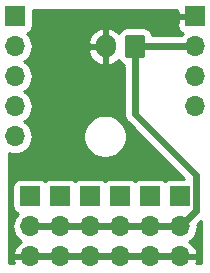
<source format=gbr>
G04 #@! TF.GenerationSoftware,KiCad,Pcbnew,(5.1.4-0-10_14)*
G04 #@! TF.CreationDate,2022-08-18T21:45:17+09:00*
G04 #@! TF.ProjectId,NX13,4e583133-2e6b-4696-9361-645f70636258,rev?*
G04 #@! TF.SameCoordinates,Original*
G04 #@! TF.FileFunction,Copper,L2,Bot*
G04 #@! TF.FilePolarity,Positive*
%FSLAX46Y46*%
G04 Gerber Fmt 4.6, Leading zero omitted, Abs format (unit mm)*
G04 Created by KiCad (PCBNEW (5.1.4-0-10_14)) date 2022-08-18 21:45:17*
%MOMM*%
%LPD*%
G04 APERTURE LIST*
%ADD10O,1.700000X1.700000*%
%ADD11R,1.700000X1.700000*%
%ADD12O,1.700000X2.000000*%
%ADD13C,0.100000*%
%ADD14C,1.700000*%
%ADD15C,0.600000*%
%ADD16C,0.254000*%
G04 APERTURE END LIST*
D10*
X162560000Y-120650000D03*
X162560000Y-118110000D03*
D11*
X162560000Y-115570000D03*
D10*
X160020000Y-120650000D03*
X160020000Y-118110000D03*
D11*
X160020000Y-115570000D03*
D10*
X157480000Y-120650000D03*
X157480000Y-118110000D03*
D11*
X157480000Y-115570000D03*
D10*
X154940000Y-120650000D03*
X154940000Y-118110000D03*
D11*
X154940000Y-115570000D03*
D10*
X152400000Y-120650000D03*
X152400000Y-118110000D03*
D11*
X152400000Y-115570000D03*
D10*
X149860000Y-120650000D03*
X149860000Y-118110000D03*
D11*
X149860000Y-115570000D03*
D10*
X163830000Y-107950000D03*
X163830000Y-105410000D03*
X163830000Y-102870000D03*
D11*
X163830000Y-100330000D03*
D10*
X148590000Y-110490000D03*
X148590000Y-107950000D03*
X148590000Y-105410000D03*
X148590000Y-102870000D03*
D11*
X148590000Y-100330000D03*
D12*
X156250000Y-102870000D03*
D13*
G36*
X159374504Y-101871204D02*
G01*
X159398773Y-101874804D01*
X159422571Y-101880765D01*
X159445671Y-101889030D01*
X159467849Y-101899520D01*
X159488893Y-101912133D01*
X159508598Y-101926747D01*
X159526777Y-101943223D01*
X159543253Y-101961402D01*
X159557867Y-101981107D01*
X159570480Y-102002151D01*
X159580970Y-102024329D01*
X159589235Y-102047429D01*
X159595196Y-102071227D01*
X159598796Y-102095496D01*
X159600000Y-102120000D01*
X159600000Y-103620000D01*
X159598796Y-103644504D01*
X159595196Y-103668773D01*
X159589235Y-103692571D01*
X159580970Y-103715671D01*
X159570480Y-103737849D01*
X159557867Y-103758893D01*
X159543253Y-103778598D01*
X159526777Y-103796777D01*
X159508598Y-103813253D01*
X159488893Y-103827867D01*
X159467849Y-103840480D01*
X159445671Y-103850970D01*
X159422571Y-103859235D01*
X159398773Y-103865196D01*
X159374504Y-103868796D01*
X159350000Y-103870000D01*
X158150000Y-103870000D01*
X158125496Y-103868796D01*
X158101227Y-103865196D01*
X158077429Y-103859235D01*
X158054329Y-103850970D01*
X158032151Y-103840480D01*
X158011107Y-103827867D01*
X157991402Y-103813253D01*
X157973223Y-103796777D01*
X157956747Y-103778598D01*
X157942133Y-103758893D01*
X157929520Y-103737849D01*
X157919030Y-103715671D01*
X157910765Y-103692571D01*
X157904804Y-103668773D01*
X157901204Y-103644504D01*
X157900000Y-103620000D01*
X157900000Y-102120000D01*
X157901204Y-102095496D01*
X157904804Y-102071227D01*
X157910765Y-102047429D01*
X157919030Y-102024329D01*
X157929520Y-102002151D01*
X157942133Y-101981107D01*
X157956747Y-101961402D01*
X157973223Y-101943223D01*
X157991402Y-101926747D01*
X158011107Y-101912133D01*
X158032151Y-101899520D01*
X158054329Y-101889030D01*
X158077429Y-101880765D01*
X158101227Y-101874804D01*
X158125496Y-101871204D01*
X158150000Y-101870000D01*
X159350000Y-101870000D01*
X159374504Y-101871204D01*
X159374504Y-101871204D01*
G37*
D14*
X158750000Y-102870000D03*
D15*
X162560000Y-120650000D02*
X149860000Y-120650000D01*
X149860000Y-120650000D02*
X149860000Y-120108002D01*
X158710000Y-104470000D02*
X158750000Y-104510000D01*
X158750000Y-104510000D02*
X158750000Y-108585000D01*
X158710000Y-102870000D02*
X158710000Y-104470000D01*
X149860000Y-118110000D02*
X162560000Y-118110000D01*
X163910001Y-113745001D02*
X158750000Y-108585000D01*
X163910001Y-116759999D02*
X163910001Y-113745001D01*
X162560000Y-118110000D02*
X163910001Y-116759999D01*
X158710000Y-102870000D02*
X163830000Y-102870000D01*
D16*
G36*
X162345000Y-100044250D02*
G01*
X162503750Y-100203000D01*
X163703000Y-100203000D01*
X163703000Y-100183000D01*
X163957000Y-100183000D01*
X163957000Y-100203000D01*
X163977000Y-100203000D01*
X163977000Y-100457000D01*
X163957000Y-100457000D01*
X163957000Y-100477000D01*
X163703000Y-100477000D01*
X163703000Y-100457000D01*
X162503750Y-100457000D01*
X162345000Y-100615750D01*
X162341928Y-101180000D01*
X162354188Y-101304482D01*
X162390498Y-101424180D01*
X162449463Y-101534494D01*
X162528815Y-101631185D01*
X162625506Y-101710537D01*
X162735820Y-101769502D01*
X162804687Y-101790393D01*
X162774866Y-101814866D01*
X162676275Y-101935000D01*
X160217445Y-101935000D01*
X160170472Y-101780150D01*
X160088405Y-101626614D01*
X159977962Y-101492038D01*
X159843386Y-101381595D01*
X159689850Y-101299528D01*
X159523254Y-101248992D01*
X159350000Y-101231928D01*
X158150000Y-101231928D01*
X157976746Y-101248992D01*
X157810150Y-101299528D01*
X157656614Y-101381595D01*
X157522038Y-101492038D01*
X157411595Y-101626614D01*
X157357086Y-101728593D01*
X157356802Y-101728205D01*
X157142046Y-101531336D01*
X156893009Y-101380146D01*
X156619261Y-101280446D01*
X156606890Y-101278524D01*
X156377000Y-101399845D01*
X156377000Y-102743000D01*
X156397000Y-102743000D01*
X156397000Y-102997000D01*
X156377000Y-102997000D01*
X156377000Y-104340155D01*
X156606890Y-104461476D01*
X156619261Y-104459554D01*
X156893009Y-104359854D01*
X157142046Y-104208664D01*
X157356802Y-104011795D01*
X157357086Y-104011407D01*
X157411595Y-104113386D01*
X157522038Y-104247962D01*
X157656614Y-104358405D01*
X157775001Y-104421684D01*
X157775001Y-104424059D01*
X157770476Y-104470000D01*
X157788529Y-104653291D01*
X157815000Y-104740554D01*
X157815001Y-108539058D01*
X157810476Y-108585000D01*
X157828529Y-108768291D01*
X157831782Y-108779014D01*
X157881994Y-108944540D01*
X157968815Y-109106972D01*
X158085657Y-109249344D01*
X158121336Y-109278625D01*
X162924638Y-114081928D01*
X161710000Y-114081928D01*
X161585518Y-114094188D01*
X161465820Y-114130498D01*
X161355506Y-114189463D01*
X161290000Y-114243222D01*
X161224494Y-114189463D01*
X161114180Y-114130498D01*
X160994482Y-114094188D01*
X160870000Y-114081928D01*
X159170000Y-114081928D01*
X159045518Y-114094188D01*
X158925820Y-114130498D01*
X158815506Y-114189463D01*
X158750000Y-114243222D01*
X158684494Y-114189463D01*
X158574180Y-114130498D01*
X158454482Y-114094188D01*
X158330000Y-114081928D01*
X156630000Y-114081928D01*
X156505518Y-114094188D01*
X156385820Y-114130498D01*
X156275506Y-114189463D01*
X156210000Y-114243222D01*
X156144494Y-114189463D01*
X156034180Y-114130498D01*
X155914482Y-114094188D01*
X155790000Y-114081928D01*
X154090000Y-114081928D01*
X153965518Y-114094188D01*
X153845820Y-114130498D01*
X153735506Y-114189463D01*
X153670000Y-114243222D01*
X153604494Y-114189463D01*
X153494180Y-114130498D01*
X153374482Y-114094188D01*
X153250000Y-114081928D01*
X151550000Y-114081928D01*
X151425518Y-114094188D01*
X151305820Y-114130498D01*
X151195506Y-114189463D01*
X151130000Y-114243222D01*
X151064494Y-114189463D01*
X150954180Y-114130498D01*
X150834482Y-114094188D01*
X150710000Y-114081928D01*
X149010000Y-114081928D01*
X148885518Y-114094188D01*
X148765820Y-114130498D01*
X148655506Y-114189463D01*
X148558815Y-114268815D01*
X148479463Y-114365506D01*
X148420498Y-114475820D01*
X148384188Y-114595518D01*
X148371928Y-114720000D01*
X148371928Y-116420000D01*
X148384188Y-116544482D01*
X148420498Y-116664180D01*
X148479463Y-116774494D01*
X148558815Y-116871185D01*
X148655506Y-116950537D01*
X148765820Y-117009502D01*
X148834687Y-117030393D01*
X148804866Y-117054866D01*
X148619294Y-117280986D01*
X148481401Y-117538966D01*
X148396487Y-117818889D01*
X148367815Y-118110000D01*
X148396487Y-118401111D01*
X148481401Y-118681034D01*
X148619294Y-118939014D01*
X148804866Y-119165134D01*
X149030986Y-119350706D01*
X149095523Y-119385201D01*
X148978645Y-119454822D01*
X148762412Y-119649731D01*
X148588359Y-119883080D01*
X148463175Y-120145901D01*
X148418524Y-120293110D01*
X148539845Y-120523000D01*
X149733000Y-120523000D01*
X149733000Y-120503000D01*
X149987000Y-120503000D01*
X149987000Y-120523000D01*
X152273000Y-120523000D01*
X152273000Y-120503000D01*
X152527000Y-120503000D01*
X152527000Y-120523000D01*
X154813000Y-120523000D01*
X154813000Y-120503000D01*
X155067000Y-120503000D01*
X155067000Y-120523000D01*
X157353000Y-120523000D01*
X157353000Y-120503000D01*
X157607000Y-120503000D01*
X157607000Y-120523000D01*
X159893000Y-120523000D01*
X159893000Y-120503000D01*
X160147000Y-120503000D01*
X160147000Y-120523000D01*
X162433000Y-120523000D01*
X162433000Y-120503000D01*
X162687000Y-120503000D01*
X162687000Y-120523000D01*
X163880155Y-120523000D01*
X164001476Y-120293110D01*
X163956825Y-120145901D01*
X163831641Y-119883080D01*
X163657588Y-119649731D01*
X163441355Y-119454822D01*
X163324477Y-119385201D01*
X163389014Y-119350706D01*
X163615134Y-119165134D01*
X163800706Y-118939014D01*
X163938599Y-118681034D01*
X164023513Y-118401111D01*
X164052185Y-118110000D01*
X164036952Y-117955337D01*
X164365000Y-117627289D01*
X164365000Y-121185000D01*
X163942107Y-121185000D01*
X163956825Y-121154099D01*
X164001476Y-121006890D01*
X163880155Y-120777000D01*
X162687000Y-120777000D01*
X162687000Y-120797000D01*
X162433000Y-120797000D01*
X162433000Y-120777000D01*
X160147000Y-120777000D01*
X160147000Y-120797000D01*
X159893000Y-120797000D01*
X159893000Y-120777000D01*
X157607000Y-120777000D01*
X157607000Y-120797000D01*
X157353000Y-120797000D01*
X157353000Y-120777000D01*
X155067000Y-120777000D01*
X155067000Y-120797000D01*
X154813000Y-120797000D01*
X154813000Y-120777000D01*
X152527000Y-120777000D01*
X152527000Y-120797000D01*
X152273000Y-120797000D01*
X152273000Y-120777000D01*
X149987000Y-120777000D01*
X149987000Y-120797000D01*
X149733000Y-120797000D01*
X149733000Y-120777000D01*
X148539845Y-120777000D01*
X148418524Y-121006890D01*
X148463175Y-121154099D01*
X148477893Y-121185000D01*
X148055000Y-121185000D01*
X148055000Y-111879530D01*
X148298889Y-111953513D01*
X148517050Y-111975000D01*
X148662950Y-111975000D01*
X148881111Y-111953513D01*
X149161034Y-111868599D01*
X149419014Y-111730706D01*
X149645134Y-111545134D01*
X149830706Y-111319014D01*
X149968599Y-111061034D01*
X150053513Y-110781111D01*
X150082185Y-110490000D01*
X150064278Y-110308178D01*
X154363932Y-110308178D01*
X154363932Y-110671822D01*
X154434876Y-111028478D01*
X154574036Y-111364441D01*
X154776066Y-111666800D01*
X155033200Y-111923934D01*
X155335559Y-112125964D01*
X155671522Y-112265124D01*
X156028178Y-112336068D01*
X156391822Y-112336068D01*
X156748478Y-112265124D01*
X157084441Y-112125964D01*
X157386800Y-111923934D01*
X157643934Y-111666800D01*
X157845964Y-111364441D01*
X157985124Y-111028478D01*
X158056068Y-110671822D01*
X158056068Y-110308178D01*
X157985124Y-109951522D01*
X157845964Y-109615559D01*
X157643934Y-109313200D01*
X157386800Y-109056066D01*
X157084441Y-108854036D01*
X156748478Y-108714876D01*
X156391822Y-108643932D01*
X156028178Y-108643932D01*
X155671522Y-108714876D01*
X155335559Y-108854036D01*
X155033200Y-109056066D01*
X154776066Y-109313200D01*
X154574036Y-109615559D01*
X154434876Y-109951522D01*
X154363932Y-110308178D01*
X150064278Y-110308178D01*
X150053513Y-110198889D01*
X149968599Y-109918966D01*
X149830706Y-109660986D01*
X149645134Y-109434866D01*
X149419014Y-109249294D01*
X149364209Y-109220000D01*
X149419014Y-109190706D01*
X149645134Y-109005134D01*
X149830706Y-108779014D01*
X149968599Y-108521034D01*
X150053513Y-108241111D01*
X150082185Y-107950000D01*
X150053513Y-107658889D01*
X149968599Y-107378966D01*
X149830706Y-107120986D01*
X149645134Y-106894866D01*
X149419014Y-106709294D01*
X149364209Y-106680000D01*
X149419014Y-106650706D01*
X149645134Y-106465134D01*
X149830706Y-106239014D01*
X149968599Y-105981034D01*
X150053513Y-105701111D01*
X150082185Y-105410000D01*
X150053513Y-105118889D01*
X149968599Y-104838966D01*
X149830706Y-104580986D01*
X149645134Y-104354866D01*
X149419014Y-104169294D01*
X149364209Y-104140000D01*
X149419014Y-104110706D01*
X149645134Y-103925134D01*
X149830706Y-103699014D01*
X149968599Y-103441034D01*
X150032693Y-103229742D01*
X154778715Y-103229742D01*
X154847904Y-103512745D01*
X154970975Y-103776812D01*
X155143198Y-104011795D01*
X155357954Y-104208664D01*
X155606991Y-104359854D01*
X155880739Y-104459554D01*
X155893110Y-104461476D01*
X156123000Y-104340155D01*
X156123000Y-102997000D01*
X154922768Y-102997000D01*
X154778715Y-103229742D01*
X150032693Y-103229742D01*
X150053513Y-103161111D01*
X150082185Y-102870000D01*
X150053513Y-102578889D01*
X150032694Y-102510258D01*
X154778715Y-102510258D01*
X154922768Y-102743000D01*
X156123000Y-102743000D01*
X156123000Y-101399845D01*
X155893110Y-101278524D01*
X155880739Y-101280446D01*
X155606991Y-101380146D01*
X155357954Y-101531336D01*
X155143198Y-101728205D01*
X154970975Y-101963188D01*
X154847904Y-102227255D01*
X154778715Y-102510258D01*
X150032694Y-102510258D01*
X149968599Y-102298966D01*
X149830706Y-102040986D01*
X149645134Y-101814866D01*
X149615313Y-101790393D01*
X149684180Y-101769502D01*
X149794494Y-101710537D01*
X149891185Y-101631185D01*
X149970537Y-101534494D01*
X150029502Y-101424180D01*
X150065812Y-101304482D01*
X150078072Y-101180000D01*
X150078072Y-99795000D01*
X162343643Y-99795000D01*
X162345000Y-100044250D01*
X162345000Y-100044250D01*
G37*
X162345000Y-100044250D02*
X162503750Y-100203000D01*
X163703000Y-100203000D01*
X163703000Y-100183000D01*
X163957000Y-100183000D01*
X163957000Y-100203000D01*
X163977000Y-100203000D01*
X163977000Y-100457000D01*
X163957000Y-100457000D01*
X163957000Y-100477000D01*
X163703000Y-100477000D01*
X163703000Y-100457000D01*
X162503750Y-100457000D01*
X162345000Y-100615750D01*
X162341928Y-101180000D01*
X162354188Y-101304482D01*
X162390498Y-101424180D01*
X162449463Y-101534494D01*
X162528815Y-101631185D01*
X162625506Y-101710537D01*
X162735820Y-101769502D01*
X162804687Y-101790393D01*
X162774866Y-101814866D01*
X162676275Y-101935000D01*
X160217445Y-101935000D01*
X160170472Y-101780150D01*
X160088405Y-101626614D01*
X159977962Y-101492038D01*
X159843386Y-101381595D01*
X159689850Y-101299528D01*
X159523254Y-101248992D01*
X159350000Y-101231928D01*
X158150000Y-101231928D01*
X157976746Y-101248992D01*
X157810150Y-101299528D01*
X157656614Y-101381595D01*
X157522038Y-101492038D01*
X157411595Y-101626614D01*
X157357086Y-101728593D01*
X157356802Y-101728205D01*
X157142046Y-101531336D01*
X156893009Y-101380146D01*
X156619261Y-101280446D01*
X156606890Y-101278524D01*
X156377000Y-101399845D01*
X156377000Y-102743000D01*
X156397000Y-102743000D01*
X156397000Y-102997000D01*
X156377000Y-102997000D01*
X156377000Y-104340155D01*
X156606890Y-104461476D01*
X156619261Y-104459554D01*
X156893009Y-104359854D01*
X157142046Y-104208664D01*
X157356802Y-104011795D01*
X157357086Y-104011407D01*
X157411595Y-104113386D01*
X157522038Y-104247962D01*
X157656614Y-104358405D01*
X157775001Y-104421684D01*
X157775001Y-104424059D01*
X157770476Y-104470000D01*
X157788529Y-104653291D01*
X157815000Y-104740554D01*
X157815001Y-108539058D01*
X157810476Y-108585000D01*
X157828529Y-108768291D01*
X157831782Y-108779014D01*
X157881994Y-108944540D01*
X157968815Y-109106972D01*
X158085657Y-109249344D01*
X158121336Y-109278625D01*
X162924638Y-114081928D01*
X161710000Y-114081928D01*
X161585518Y-114094188D01*
X161465820Y-114130498D01*
X161355506Y-114189463D01*
X161290000Y-114243222D01*
X161224494Y-114189463D01*
X161114180Y-114130498D01*
X160994482Y-114094188D01*
X160870000Y-114081928D01*
X159170000Y-114081928D01*
X159045518Y-114094188D01*
X158925820Y-114130498D01*
X158815506Y-114189463D01*
X158750000Y-114243222D01*
X158684494Y-114189463D01*
X158574180Y-114130498D01*
X158454482Y-114094188D01*
X158330000Y-114081928D01*
X156630000Y-114081928D01*
X156505518Y-114094188D01*
X156385820Y-114130498D01*
X156275506Y-114189463D01*
X156210000Y-114243222D01*
X156144494Y-114189463D01*
X156034180Y-114130498D01*
X155914482Y-114094188D01*
X155790000Y-114081928D01*
X154090000Y-114081928D01*
X153965518Y-114094188D01*
X153845820Y-114130498D01*
X153735506Y-114189463D01*
X153670000Y-114243222D01*
X153604494Y-114189463D01*
X153494180Y-114130498D01*
X153374482Y-114094188D01*
X153250000Y-114081928D01*
X151550000Y-114081928D01*
X151425518Y-114094188D01*
X151305820Y-114130498D01*
X151195506Y-114189463D01*
X151130000Y-114243222D01*
X151064494Y-114189463D01*
X150954180Y-114130498D01*
X150834482Y-114094188D01*
X150710000Y-114081928D01*
X149010000Y-114081928D01*
X148885518Y-114094188D01*
X148765820Y-114130498D01*
X148655506Y-114189463D01*
X148558815Y-114268815D01*
X148479463Y-114365506D01*
X148420498Y-114475820D01*
X148384188Y-114595518D01*
X148371928Y-114720000D01*
X148371928Y-116420000D01*
X148384188Y-116544482D01*
X148420498Y-116664180D01*
X148479463Y-116774494D01*
X148558815Y-116871185D01*
X148655506Y-116950537D01*
X148765820Y-117009502D01*
X148834687Y-117030393D01*
X148804866Y-117054866D01*
X148619294Y-117280986D01*
X148481401Y-117538966D01*
X148396487Y-117818889D01*
X148367815Y-118110000D01*
X148396487Y-118401111D01*
X148481401Y-118681034D01*
X148619294Y-118939014D01*
X148804866Y-119165134D01*
X149030986Y-119350706D01*
X149095523Y-119385201D01*
X148978645Y-119454822D01*
X148762412Y-119649731D01*
X148588359Y-119883080D01*
X148463175Y-120145901D01*
X148418524Y-120293110D01*
X148539845Y-120523000D01*
X149733000Y-120523000D01*
X149733000Y-120503000D01*
X149987000Y-120503000D01*
X149987000Y-120523000D01*
X152273000Y-120523000D01*
X152273000Y-120503000D01*
X152527000Y-120503000D01*
X152527000Y-120523000D01*
X154813000Y-120523000D01*
X154813000Y-120503000D01*
X155067000Y-120503000D01*
X155067000Y-120523000D01*
X157353000Y-120523000D01*
X157353000Y-120503000D01*
X157607000Y-120503000D01*
X157607000Y-120523000D01*
X159893000Y-120523000D01*
X159893000Y-120503000D01*
X160147000Y-120503000D01*
X160147000Y-120523000D01*
X162433000Y-120523000D01*
X162433000Y-120503000D01*
X162687000Y-120503000D01*
X162687000Y-120523000D01*
X163880155Y-120523000D01*
X164001476Y-120293110D01*
X163956825Y-120145901D01*
X163831641Y-119883080D01*
X163657588Y-119649731D01*
X163441355Y-119454822D01*
X163324477Y-119385201D01*
X163389014Y-119350706D01*
X163615134Y-119165134D01*
X163800706Y-118939014D01*
X163938599Y-118681034D01*
X164023513Y-118401111D01*
X164052185Y-118110000D01*
X164036952Y-117955337D01*
X164365000Y-117627289D01*
X164365000Y-121185000D01*
X163942107Y-121185000D01*
X163956825Y-121154099D01*
X164001476Y-121006890D01*
X163880155Y-120777000D01*
X162687000Y-120777000D01*
X162687000Y-120797000D01*
X162433000Y-120797000D01*
X162433000Y-120777000D01*
X160147000Y-120777000D01*
X160147000Y-120797000D01*
X159893000Y-120797000D01*
X159893000Y-120777000D01*
X157607000Y-120777000D01*
X157607000Y-120797000D01*
X157353000Y-120797000D01*
X157353000Y-120777000D01*
X155067000Y-120777000D01*
X155067000Y-120797000D01*
X154813000Y-120797000D01*
X154813000Y-120777000D01*
X152527000Y-120777000D01*
X152527000Y-120797000D01*
X152273000Y-120797000D01*
X152273000Y-120777000D01*
X149987000Y-120777000D01*
X149987000Y-120797000D01*
X149733000Y-120797000D01*
X149733000Y-120777000D01*
X148539845Y-120777000D01*
X148418524Y-121006890D01*
X148463175Y-121154099D01*
X148477893Y-121185000D01*
X148055000Y-121185000D01*
X148055000Y-111879530D01*
X148298889Y-111953513D01*
X148517050Y-111975000D01*
X148662950Y-111975000D01*
X148881111Y-111953513D01*
X149161034Y-111868599D01*
X149419014Y-111730706D01*
X149645134Y-111545134D01*
X149830706Y-111319014D01*
X149968599Y-111061034D01*
X150053513Y-110781111D01*
X150082185Y-110490000D01*
X150064278Y-110308178D01*
X154363932Y-110308178D01*
X154363932Y-110671822D01*
X154434876Y-111028478D01*
X154574036Y-111364441D01*
X154776066Y-111666800D01*
X155033200Y-111923934D01*
X155335559Y-112125964D01*
X155671522Y-112265124D01*
X156028178Y-112336068D01*
X156391822Y-112336068D01*
X156748478Y-112265124D01*
X157084441Y-112125964D01*
X157386800Y-111923934D01*
X157643934Y-111666800D01*
X157845964Y-111364441D01*
X157985124Y-111028478D01*
X158056068Y-110671822D01*
X158056068Y-110308178D01*
X157985124Y-109951522D01*
X157845964Y-109615559D01*
X157643934Y-109313200D01*
X157386800Y-109056066D01*
X157084441Y-108854036D01*
X156748478Y-108714876D01*
X156391822Y-108643932D01*
X156028178Y-108643932D01*
X155671522Y-108714876D01*
X155335559Y-108854036D01*
X155033200Y-109056066D01*
X154776066Y-109313200D01*
X154574036Y-109615559D01*
X154434876Y-109951522D01*
X154363932Y-110308178D01*
X150064278Y-110308178D01*
X150053513Y-110198889D01*
X149968599Y-109918966D01*
X149830706Y-109660986D01*
X149645134Y-109434866D01*
X149419014Y-109249294D01*
X149364209Y-109220000D01*
X149419014Y-109190706D01*
X149645134Y-109005134D01*
X149830706Y-108779014D01*
X149968599Y-108521034D01*
X150053513Y-108241111D01*
X150082185Y-107950000D01*
X150053513Y-107658889D01*
X149968599Y-107378966D01*
X149830706Y-107120986D01*
X149645134Y-106894866D01*
X149419014Y-106709294D01*
X149364209Y-106680000D01*
X149419014Y-106650706D01*
X149645134Y-106465134D01*
X149830706Y-106239014D01*
X149968599Y-105981034D01*
X150053513Y-105701111D01*
X150082185Y-105410000D01*
X150053513Y-105118889D01*
X149968599Y-104838966D01*
X149830706Y-104580986D01*
X149645134Y-104354866D01*
X149419014Y-104169294D01*
X149364209Y-104140000D01*
X149419014Y-104110706D01*
X149645134Y-103925134D01*
X149830706Y-103699014D01*
X149968599Y-103441034D01*
X150032693Y-103229742D01*
X154778715Y-103229742D01*
X154847904Y-103512745D01*
X154970975Y-103776812D01*
X155143198Y-104011795D01*
X155357954Y-104208664D01*
X155606991Y-104359854D01*
X155880739Y-104459554D01*
X155893110Y-104461476D01*
X156123000Y-104340155D01*
X156123000Y-102997000D01*
X154922768Y-102997000D01*
X154778715Y-103229742D01*
X150032693Y-103229742D01*
X150053513Y-103161111D01*
X150082185Y-102870000D01*
X150053513Y-102578889D01*
X150032694Y-102510258D01*
X154778715Y-102510258D01*
X154922768Y-102743000D01*
X156123000Y-102743000D01*
X156123000Y-101399845D01*
X155893110Y-101278524D01*
X155880739Y-101280446D01*
X155606991Y-101380146D01*
X155357954Y-101531336D01*
X155143198Y-101728205D01*
X154970975Y-101963188D01*
X154847904Y-102227255D01*
X154778715Y-102510258D01*
X150032694Y-102510258D01*
X149968599Y-102298966D01*
X149830706Y-102040986D01*
X149645134Y-101814866D01*
X149615313Y-101790393D01*
X149684180Y-101769502D01*
X149794494Y-101710537D01*
X149891185Y-101631185D01*
X149970537Y-101534494D01*
X150029502Y-101424180D01*
X150065812Y-101304482D01*
X150078072Y-101180000D01*
X150078072Y-99795000D01*
X162343643Y-99795000D01*
X162345000Y-100044250D01*
M02*

</source>
